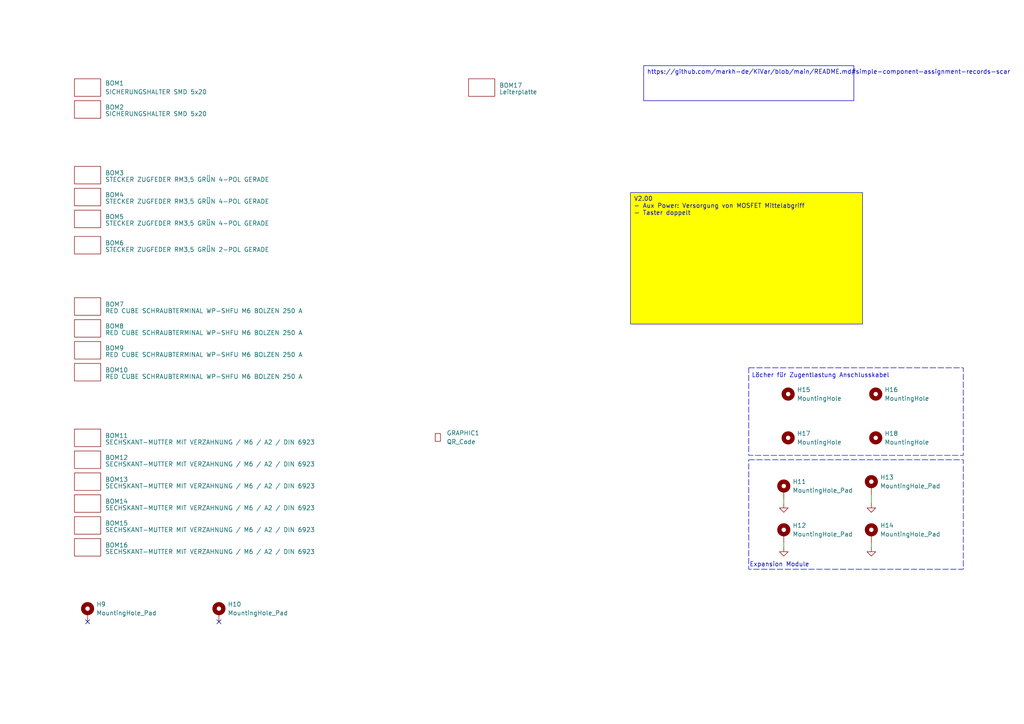
<source format=kicad_sch>
(kicad_sch
	(version 20250114)
	(generator "eeschema")
	(generator_version "9.0")
	(uuid "d2a2d163-13e4-4f1d-aa3d-79667ae6d2fb")
	(paper "A4")
	(lib_symbols
		(symbol "Mechanical:MountingHole"
			(pin_names
				(offset 1.016)
			)
			(exclude_from_sim no)
			(in_bom no)
			(on_board yes)
			(property "Reference" "H"
				(at 0 5.08 0)
				(effects
					(font
						(size 1.27 1.27)
					)
				)
			)
			(property "Value" "MountingHole"
				(at 0 3.175 0)
				(effects
					(font
						(size 1.27 1.27)
					)
				)
			)
			(property "Footprint" ""
				(at 0 0 0)
				(effects
					(font
						(size 1.27 1.27)
					)
					(hide yes)
				)
			)
			(property "Datasheet" "~"
				(at 0 0 0)
				(effects
					(font
						(size 1.27 1.27)
					)
					(hide yes)
				)
			)
			(property "Description" "Mounting Hole without connection"
				(at 0 0 0)
				(effects
					(font
						(size 1.27 1.27)
					)
					(hide yes)
				)
			)
			(property "ki_keywords" "mounting hole"
				(at 0 0 0)
				(effects
					(font
						(size 1.27 1.27)
					)
					(hide yes)
				)
			)
			(property "ki_fp_filters" "MountingHole*"
				(at 0 0 0)
				(effects
					(font
						(size 1.27 1.27)
					)
					(hide yes)
				)
			)
			(symbol "MountingHole_0_1"
				(circle
					(center 0 0)
					(radius 1.27)
					(stroke
						(width 1.27)
						(type default)
					)
					(fill
						(type none)
					)
				)
			)
			(embedded_fonts no)
		)
		(symbol "Mechanical:MountingHole_Pad"
			(pin_numbers
				(hide yes)
			)
			(pin_names
				(offset 1.016)
				(hide yes)
			)
			(exclude_from_sim yes)
			(in_bom no)
			(on_board yes)
			(property "Reference" "H"
				(at 0 6.35 0)
				(effects
					(font
						(size 1.27 1.27)
					)
				)
			)
			(property "Value" "MountingHole_Pad"
				(at 0 4.445 0)
				(effects
					(font
						(size 1.27 1.27)
					)
				)
			)
			(property "Footprint" ""
				(at 0 0 0)
				(effects
					(font
						(size 1.27 1.27)
					)
					(hide yes)
				)
			)
			(property "Datasheet" "~"
				(at 0 0 0)
				(effects
					(font
						(size 1.27 1.27)
					)
					(hide yes)
				)
			)
			(property "Description" "Mounting Hole with connection"
				(at 0 0 0)
				(effects
					(font
						(size 1.27 1.27)
					)
					(hide yes)
				)
			)
			(property "ki_keywords" "mounting hole"
				(at 0 0 0)
				(effects
					(font
						(size 1.27 1.27)
					)
					(hide yes)
				)
			)
			(property "ki_fp_filters" "MountingHole*Pad*"
				(at 0 0 0)
				(effects
					(font
						(size 1.27 1.27)
					)
					(hide yes)
				)
			)
			(symbol "MountingHole_Pad_0_1"
				(circle
					(center 0 1.27)
					(radius 1.27)
					(stroke
						(width 1.27)
						(type default)
					)
					(fill
						(type none)
					)
				)
			)
			(symbol "MountingHole_Pad_1_1"
				(pin input line
					(at 0 -2.54 90)
					(length 2.54)
					(name "1"
						(effects
							(font
								(size 1.27 1.27)
							)
						)
					)
					(number "1"
						(effects
							(font
								(size 1.27 1.27)
							)
						)
					)
				)
			)
			(embedded_fonts no)
		)
		(symbol "myBOM_Part:BOM-Part"
			(pin_numbers
				(hide yes)
			)
			(pin_names
				(offset 0)
				(hide yes)
			)
			(exclude_from_sim no)
			(in_bom yes)
			(on_board no)
			(property "Reference" "BOM"
				(at 0 0 0)
				(effects
					(font
						(size 1.27 1.27)
					)
				)
			)
			(property "Value" ""
				(at 0 0 0)
				(effects
					(font
						(size 1.27 1.27)
					)
				)
			)
			(property "Footprint" "myDummy:BOM-Dummy"
				(at 0 0 0)
				(effects
					(font
						(size 1.27 1.27)
					)
					(hide yes)
				)
			)
			(property "Datasheet" ""
				(at 0 0 0)
				(effects
					(font
						(size 1.27 1.27)
					)
					(hide yes)
				)
			)
			(property "Description" ""
				(at 0 0 0)
				(effects
					(font
						(size 1.27 1.27)
					)
					(hide yes)
				)
			)
			(symbol "BOM-Part_0_1"
				(rectangle
					(start -3.81 2.54)
					(end 3.81 -2.54)
					(stroke
						(width 0)
						(type default)
					)
					(fill
						(type none)
					)
				)
			)
			(embedded_fonts no)
		)
		(symbol "myUserSymbol:qrcode"
			(exclude_from_sim no)
			(in_bom yes)
			(on_board yes)
			(property "Reference" "GRAPHIC"
				(at 5.08 1.016 0)
				(effects
					(font
						(size 1.27 1.27)
					)
				)
			)
			(property "Value" "QR_Code"
				(at 5.08 -0.762 0)
				(effects
					(font
						(size 1.27 1.27)
					)
				)
			)
			(property "Footprint" "myQR:qr_PowerPro"
				(at 0 0 0)
				(effects
					(font
						(size 1.27 1.27)
					)
					(hide yes)
				)
			)
			(property "Datasheet" ""
				(at 0 0 0)
				(effects
					(font
						(size 1.27 1.27)
					)
					(hide yes)
				)
			)
			(property "Description" ""
				(at 0 0 0)
				(effects
					(font
						(size 1.27 1.27)
					)
					(hide yes)
				)
			)
			(symbol "qrcode_0_1"
				(rectangle
					(start -0.762 1.27)
					(end 0.762 -1.016)
					(stroke
						(width 0)
						(type default)
					)
					(fill
						(type none)
					)
				)
			)
			(embedded_fonts no)
		)
		(symbol "power:GND"
			(power)
			(pin_numbers
				(hide yes)
			)
			(pin_names
				(offset 0)
				(hide yes)
			)
			(exclude_from_sim no)
			(in_bom yes)
			(on_board yes)
			(property "Reference" "#PWR"
				(at 0 -6.35 0)
				(effects
					(font
						(size 1.27 1.27)
					)
					(hide yes)
				)
			)
			(property "Value" "GND"
				(at 0 -3.81 0)
				(effects
					(font
						(size 1.27 1.27)
					)
				)
			)
			(property "Footprint" ""
				(at 0 0 0)
				(effects
					(font
						(size 1.27 1.27)
					)
					(hide yes)
				)
			)
			(property "Datasheet" ""
				(at 0 0 0)
				(effects
					(font
						(size 1.27 1.27)
					)
					(hide yes)
				)
			)
			(property "Description" "Power symbol creates a global label with name \"GND\" , ground"
				(at 0 0 0)
				(effects
					(font
						(size 1.27 1.27)
					)
					(hide yes)
				)
			)
			(property "ki_keywords" "global power"
				(at 0 0 0)
				(effects
					(font
						(size 1.27 1.27)
					)
					(hide yes)
				)
			)
			(symbol "GND_0_1"
				(polyline
					(pts
						(xy 0 0) (xy 0 -1.27) (xy 1.27 -1.27) (xy 0 -2.54) (xy -1.27 -1.27) (xy 0 -1.27)
					)
					(stroke
						(width 0)
						(type default)
					)
					(fill
						(type none)
					)
				)
			)
			(symbol "GND_1_1"
				(pin power_in line
					(at 0 0 270)
					(length 0)
					(name "~"
						(effects
							(font
								(size 1.27 1.27)
							)
						)
					)
					(number "1"
						(effects
							(font
								(size 1.27 1.27)
							)
						)
					)
				)
			)
			(embedded_fonts no)
		)
	)
	(rectangle
		(start 217.17 106.68)
		(end 279.4 132.08)
		(stroke
			(width 0)
			(type dash)
		)
		(fill
			(type none)
		)
		(uuid 298f8eb6-6a31-433a-9814-9f8ceb17b837)
	)
	(rectangle
		(start 217.17 133.35)
		(end 279.4 165.1)
		(stroke
			(width 0)
			(type dash)
		)
		(fill
			(type none)
		)
		(uuid 439703d5-96a0-4221-8716-af461b4479f9)
	)
	(text "Expansion Module"
		(exclude_from_sim no)
		(at 226.06 163.83 0)
		(effects
			(font
				(size 1.27 1.27)
			)
		)
		(uuid "04ecad34-d655-4c5c-b20a-c069913c0bd9")
	)
	(text "Löcher für Zugentlastung Anschlusskabel"
		(exclude_from_sim no)
		(at 237.998 108.966 0)
		(effects
			(font
				(size 1.27 1.27)
			)
		)
		(uuid "1d1d1e62-d8e8-4df1-8113-d79cf1facceb")
	)
	(text_box "V2.00\n- Aux Power: Versorgung von MOSFET Mittelabgriff\n- Taster doppelt\n"
		(exclude_from_sim no)
		(at 182.88 55.88 0)
		(size 67.31 38.1)
		(margins 0.9525 0.9525 0.9525 0.9525)
		(stroke
			(width 0)
			(type solid)
		)
		(fill
			(type color)
			(color 255 255 0 1)
		)
		(effects
			(font
				(size 1.27 1.27)
			)
			(justify left top)
		)
		(uuid "24112d1c-5aa9-49ef-988a-13f18db7bec7")
	)
	(text_box "https://github.com/markh-de/KiVar/blob/main/README.md#simple-component-assignment-records-scar"
		(exclude_from_sim no)
		(at 186.69 19.05 0)
		(size 60.96 10.16)
		(margins 0.9525 0.9525 0.9525 0.9525)
		(stroke
			(width 0)
			(type solid)
		)
		(fill
			(type none)
		)
		(effects
			(font
				(size 1.27 1.27)
			)
			(justify left top)
		)
		(uuid "bc9d1e96-57a4-4f41-a021-c3925ca2178d")
	)
	(no_connect
		(at 63.5 180.34)
		(uuid "3f9eb071-1071-447f-a0d2-40b907efaaaa")
	)
	(no_connect
		(at 25.4 180.34)
		(uuid "73be37cc-abdc-463d-83e4-d3578cdb1737")
	)
	(wire
		(pts
			(xy 227.33 157.48) (xy 227.33 158.75)
		)
		(stroke
			(width 0)
			(type default)
		)
		(uuid "53dbe2e7-c4e3-41cd-b60d-fba210533a5d")
	)
	(wire
		(pts
			(xy 227.33 144.78) (xy 227.33 146.05)
		)
		(stroke
			(width 0)
			(type default)
		)
		(uuid "58f6d539-5cec-4c5a-a8e9-197ef322413b")
	)
	(wire
		(pts
			(xy 252.73 157.48) (xy 252.73 158.75)
		)
		(stroke
			(width 0)
			(type default)
		)
		(uuid "9c8f581d-90d3-4541-a79d-311bf99038a9")
	)
	(wire
		(pts
			(xy 252.73 143.51) (xy 252.73 146.05)
		)
		(stroke
			(width 0)
			(type default)
		)
		(uuid "d2e9674b-3214-42fe-91fe-eff4b1c6b520")
	)
	(symbol
		(lib_id "myBOM_Part:BOM-Part")
		(at 25.4 158.75 0)
		(unit 1)
		(exclude_from_sim no)
		(in_bom yes)
		(on_board yes)
		(dnp no)
		(fields_autoplaced yes)
		(uuid "13be8445-2381-4989-b0c8-cb0b27a90645")
		(property "Reference" "BOM16"
			(at 30.48 158.1149 0)
			(effects
				(font
					(size 1.27 1.27)
				)
				(justify left)
			)
		)
		(property "Value" "SECHSKANT-MUTTER MIT VERZAHNUNG / M6 / A2 / DIN 6923"
			(at 30.48 160.02 0)
			(effects
				(font
					(size 1.27 1.27)
				)
				(justify left)
			)
		)
		(property "Footprint" "myBOM:BOM_PART_2x2mm"
			(at 25.4 158.75 0)
			(effects
				(font
					(size 1.27 1.27)
				)
				(hide yes)
			)
		)
		(property "Datasheet" ""
			(at 25.4 158.75 0)
			(effects
				(font
					(size 1.27 1.27)
				)
				(hide yes)
			)
		)
		(property "Description" "SECHSKANT-MUTTER MIT VERZAHNUNG / M6 / A2 / DIN 6923"
			(at 25.4 158.75 0)
			(effects
				(font
					(size 1.27 1.27)
				)
				(hide yes)
			)
		)
		(property "ECS Art#" "M589"
			(at 25.4 158.75 0)
			(effects
				(font
					(size 1.27 1.27)
				)
				(hide yes)
			)
		)
		(property "HAN" ""
			(at 25.4 158.75 0)
			(effects
				(font
					(size 1.27 1.27)
				)
				(hide yes)
			)
		)
		(property "Voltage" ""
			(at 25.4 158.75 0)
			(effects
				(font
					(size 1.27 1.27)
				)
				(hide yes)
			)
		)
		(property "Toleranz" ""
			(at 25.4 158.75 0)
			(effects
				(font
					(size 1.27 1.27)
				)
				(hide yes)
			)
		)
		(property "Hersteller" ""
			(at 25.4 158.75 0)
			(effects
				(font
					(size 1.27 1.27)
				)
				(hide yes)
			)
		)
		(instances
			(project "smartPro"
				(path "/bf1f8167-8e29-49cc-a467-dd9cc2c77246/4875905e-d35e-4049-a6aa-c7869d81fd32"
					(reference "BOM16")
					(unit 1)
				)
			)
		)
	)
	(symbol
		(lib_id "myBOM_Part:BOM-Part")
		(at 25.4 101.6 0)
		(unit 1)
		(exclude_from_sim no)
		(in_bom yes)
		(on_board yes)
		(dnp no)
		(fields_autoplaced yes)
		(uuid "1b6df1ec-0485-4b7d-a5ee-514894bd27bb")
		(property "Reference" "BOM9"
			(at 30.48 100.9649 0)
			(effects
				(font
					(size 1.27 1.27)
				)
				(justify left)
			)
		)
		(property "Value" "RED CUBE SCHRAUBTERMINAL WP-SHFU M6 BOLZEN 250 A"
			(at 30.48 102.87 0)
			(effects
				(font
					(size 1.27 1.27)
				)
				(justify left)
			)
		)
		(property "Footprint" "myBOM:BOM_PART_2x2mm"
			(at 25.4 101.6 0)
			(effects
				(font
					(size 1.27 1.27)
				)
				(hide yes)
			)
		)
		(property "Datasheet" ""
			(at 25.4 101.6 0)
			(effects
				(font
					(size 1.27 1.27)
				)
				(hide yes)
			)
		)
		(property "Description" "RED CUBE SCHRAUBTERMINAL WP-SHFU M6 BOLZEN 250 A"
			(at 25.4 101.6 0)
			(effects
				(font
					(size 1.27 1.27)
				)
				(hide yes)
			)
		)
		(property "ECS Art#" "CON521"
			(at 25.4 101.6 0)
			(effects
				(font
					(size 1.27 1.27)
				)
				(hide yes)
			)
		)
		(property "HAN" "7461098"
			(at 25.4 101.6 0)
			(effects
				(font
					(size 1.27 1.27)
				)
				(hide yes)
			)
		)
		(property "Voltage" ""
			(at 25.4 101.6 0)
			(effects
				(font
					(size 1.27 1.27)
				)
				(hide yes)
			)
		)
		(property "Toleranz" ""
			(at 25.4 101.6 0)
			(effects
				(font
					(size 1.27 1.27)
				)
				(hide yes)
			)
		)
		(property "Hersteller" "Würth"
			(at 25.4 101.6 0)
			(effects
				(font
					(size 1.27 1.27)
				)
				(hide yes)
			)
		)
		(instances
			(project "smartPro"
				(path "/bf1f8167-8e29-49cc-a467-dd9cc2c77246/4875905e-d35e-4049-a6aa-c7869d81fd32"
					(reference "BOM9")
					(unit 1)
				)
			)
		)
	)
	(symbol
		(lib_id "Mechanical:MountingHole")
		(at 228.6 114.3 0)
		(unit 1)
		(exclude_from_sim no)
		(in_bom no)
		(on_board yes)
		(dnp no)
		(fields_autoplaced yes)
		(uuid "1bf8f243-c206-4d29-897f-c426a293a872")
		(property "Reference" "H15"
			(at 231.14 113.0299 0)
			(effects
				(font
					(size 1.27 1.27)
				)
				(justify left)
			)
		)
		(property "Value" "MountingHole"
			(at 231.14 115.5699 0)
			(effects
				(font
					(size 1.27 1.27)
				)
				(justify left)
			)
		)
		(property "Footprint" "MountingHole:MountingHole_6mm"
			(at 228.6 114.3 0)
			(effects
				(font
					(size 1.27 1.27)
				)
				(hide yes)
			)
		)
		(property "Datasheet" "~"
			(at 228.6 114.3 0)
			(effects
				(font
					(size 1.27 1.27)
				)
				(hide yes)
			)
		)
		(property "Description" "Mounting Hole without connection"
			(at 228.6 114.3 0)
			(effects
				(font
					(size 1.27 1.27)
				)
				(hide yes)
			)
		)
		(instances
			(project ""
				(path "/bf1f8167-8e29-49cc-a467-dd9cc2c77246/4875905e-d35e-4049-a6aa-c7869d81fd32"
					(reference "H15")
					(unit 1)
				)
			)
		)
	)
	(symbol
		(lib_id "Mechanical:MountingHole_Pad")
		(at 252.73 154.94 0)
		(unit 1)
		(exclude_from_sim yes)
		(in_bom no)
		(on_board yes)
		(dnp no)
		(fields_autoplaced yes)
		(uuid "2502056f-8c4a-4ddd-993b-3ef96ce9a768")
		(property "Reference" "H14"
			(at 255.27 152.3999 0)
			(effects
				(font
					(size 1.27 1.27)
				)
				(justify left)
			)
		)
		(property "Value" "MountingHole_Pad"
			(at 255.27 154.9399 0)
			(effects
				(font
					(size 1.27 1.27)
				)
				(justify left)
			)
		)
		(property "Footprint" "MountingHole:MountingHole_3.2mm_M3_DIN965_Pad"
			(at 252.73 154.94 0)
			(effects
				(font
					(size 1.27 1.27)
				)
				(hide yes)
			)
		)
		(property "Datasheet" "~"
			(at 252.73 154.94 0)
			(effects
				(font
					(size 1.27 1.27)
				)
				(hide yes)
			)
		)
		(property "Description" "Mounting Hole with connection"
			(at 252.73 154.94 0)
			(effects
				(font
					(size 1.27 1.27)
				)
				(hide yes)
			)
		)
		(pin "1"
			(uuid "9d30b5b2-c1c1-4513-9a90-ed04021f002d")
		)
		(instances
			(project "smartPro"
				(path "/bf1f8167-8e29-49cc-a467-dd9cc2c77246/4875905e-d35e-4049-a6aa-c7869d81fd32"
					(reference "H14")
					(unit 1)
				)
			)
		)
	)
	(symbol
		(lib_id "myBOM_Part:BOM-Part")
		(at 25.4 146.05 0)
		(unit 1)
		(exclude_from_sim no)
		(in_bom yes)
		(on_board yes)
		(dnp no)
		(fields_autoplaced yes)
		(uuid "2a14a79f-b15b-4981-b6b1-db220f193080")
		(property "Reference" "BOM14"
			(at 30.48 145.4149 0)
			(effects
				(font
					(size 1.27 1.27)
				)
				(justify left)
			)
		)
		(property "Value" "SECHSKANT-MUTTER MIT VERZAHNUNG / M6 / A2 / DIN 6923"
			(at 30.48 147.32 0)
			(effects
				(font
					(size 1.27 1.27)
				)
				(justify left)
			)
		)
		(property "Footprint" "myBOM:BOM_PART_2x2mm"
			(at 25.4 146.05 0)
			(effects
				(font
					(size 1.27 1.27)
				)
				(hide yes)
			)
		)
		(property "Datasheet" ""
			(at 25.4 146.05 0)
			(effects
				(font
					(size 1.27 1.27)
				)
				(hide yes)
			)
		)
		(property "Description" "SECHSKANT-MUTTER MIT VERZAHNUNG / M6 / A2 / DIN 6923"
			(at 25.4 146.05 0)
			(effects
				(font
					(size 1.27 1.27)
				)
				(hide yes)
			)
		)
		(property "ECS Art#" "M589"
			(at 25.4 146.05 0)
			(effects
				(font
					(size 1.27 1.27)
				)
				(hide yes)
			)
		)
		(property "HAN" ""
			(at 25.4 146.05 0)
			(effects
				(font
					(size 1.27 1.27)
				)
				(hide yes)
			)
		)
		(property "Voltage" ""
			(at 25.4 146.05 0)
			(effects
				(font
					(size 1.27 1.27)
				)
				(hide yes)
			)
		)
		(property "Toleranz" ""
			(at 25.4 146.05 0)
			(effects
				(font
					(size 1.27 1.27)
				)
				(hide yes)
			)
		)
		(property "Hersteller" ""
			(at 25.4 146.05 0)
			(effects
				(font
					(size 1.27 1.27)
				)
				(hide yes)
			)
		)
		(instances
			(project "smartPro"
				(path "/bf1f8167-8e29-49cc-a467-dd9cc2c77246/4875905e-d35e-4049-a6aa-c7869d81fd32"
					(reference "BOM14")
					(unit 1)
				)
			)
		)
	)
	(symbol
		(lib_id "power:GND")
		(at 252.73 158.75 0)
		(unit 1)
		(exclude_from_sim no)
		(in_bom yes)
		(on_board yes)
		(dnp no)
		(fields_autoplaced yes)
		(uuid "2e145680-fd29-46b3-8308-ad8e89387c5f")
		(property "Reference" "#PWR0272"
			(at 252.73 165.1 0)
			(effects
				(font
					(size 1.27 1.27)
				)
				(hide yes)
			)
		)
		(property "Value" "GND"
			(at 252.73 163.83 0)
			(effects
				(font
					(size 1.27 1.27)
				)
				(hide yes)
			)
		)
		(property "Footprint" ""
			(at 252.73 158.75 0)
			(effects
				(font
					(size 1.27 1.27)
				)
				(hide yes)
			)
		)
		(property "Datasheet" ""
			(at 252.73 158.75 0)
			(effects
				(font
					(size 1.27 1.27)
				)
				(hide yes)
			)
		)
		(property "Description" "Power symbol creates a global label with name \"GND\" , ground"
			(at 252.73 158.75 0)
			(effects
				(font
					(size 1.27 1.27)
				)
				(hide yes)
			)
		)
		(pin "1"
			(uuid "27b8f9e2-3c78-4292-90ff-83d487177b34")
		)
		(instances
			(project "smartPro"
				(path "/bf1f8167-8e29-49cc-a467-dd9cc2c77246/4875905e-d35e-4049-a6aa-c7869d81fd32"
					(reference "#PWR0272")
					(unit 1)
				)
			)
		)
	)
	(symbol
		(lib_id "myBOM_Part:BOM-Part")
		(at 25.4 139.7 0)
		(unit 1)
		(exclude_from_sim no)
		(in_bom yes)
		(on_board yes)
		(dnp no)
		(fields_autoplaced yes)
		(uuid "2ff67a74-e4b4-4e20-ba8c-99282f2a2b30")
		(property "Reference" "BOM13"
			(at 30.48 139.0649 0)
			(effects
				(font
					(size 1.27 1.27)
				)
				(justify left)
			)
		)
		(property "Value" "SECHSKANT-MUTTER MIT VERZAHNUNG / M6 / A2 / DIN 6923"
			(at 30.48 140.97 0)
			(effects
				(font
					(size 1.27 1.27)
				)
				(justify left)
			)
		)
		(property "Footprint" "myBOM:BOM_PART_2x2mm"
			(at 25.4 139.7 0)
			(effects
				(font
					(size 1.27 1.27)
				)
				(hide yes)
			)
		)
		(property "Datasheet" ""
			(at 25.4 139.7 0)
			(effects
				(font
					(size 1.27 1.27)
				)
				(hide yes)
			)
		)
		(property "Description" "SECHSKANT-MUTTER MIT VERZAHNUNG / M6 / A2 / DIN 6923"
			(at 25.4 139.7 0)
			(effects
				(font
					(size 1.27 1.27)
				)
				(hide yes)
			)
		)
		(property "ECS Art#" "M589"
			(at 25.4 139.7 0)
			(effects
				(font
					(size 1.27 1.27)
				)
				(hide yes)
			)
		)
		(property "HAN" ""
			(at 25.4 139.7 0)
			(effects
				(font
					(size 1.27 1.27)
				)
				(hide yes)
			)
		)
		(property "Voltage" ""
			(at 25.4 139.7 0)
			(effects
				(font
					(size 1.27 1.27)
				)
				(hide yes)
			)
		)
		(property "Toleranz" ""
			(at 25.4 139.7 0)
			(effects
				(font
					(size 1.27 1.27)
				)
				(hide yes)
			)
		)
		(property "Hersteller" ""
			(at 25.4 139.7 0)
			(effects
				(font
					(size 1.27 1.27)
				)
				(hide yes)
			)
		)
		(instances
			(project "smartPro"
				(path "/bf1f8167-8e29-49cc-a467-dd9cc2c77246/4875905e-d35e-4049-a6aa-c7869d81fd32"
					(reference "BOM13")
					(unit 1)
				)
			)
		)
	)
	(symbol
		(lib_id "Mechanical:MountingHole")
		(at 254 114.3 0)
		(unit 1)
		(exclude_from_sim no)
		(in_bom no)
		(on_board yes)
		(dnp no)
		(fields_autoplaced yes)
		(uuid "335ea7d4-c58b-4518-8900-411861abb5f2")
		(property "Reference" "H16"
			(at 256.54 113.0299 0)
			(effects
				(font
					(size 1.27 1.27)
				)
				(justify left)
			)
		)
		(property "Value" "MountingHole"
			(at 256.54 115.5699 0)
			(effects
				(font
					(size 1.27 1.27)
				)
				(justify left)
			)
		)
		(property "Footprint" "MountingHole:MountingHole_6mm"
			(at 254 114.3 0)
			(effects
				(font
					(size 1.27 1.27)
				)
				(hide yes)
			)
		)
		(property "Datasheet" "~"
			(at 254 114.3 0)
			(effects
				(font
					(size 1.27 1.27)
				)
				(hide yes)
			)
		)
		(property "Description" "Mounting Hole without connection"
			(at 254 114.3 0)
			(effects
				(font
					(size 1.27 1.27)
				)
				(hide yes)
			)
		)
		(instances
			(project "smartPro"
				(path "/bf1f8167-8e29-49cc-a467-dd9cc2c77246/4875905e-d35e-4049-a6aa-c7869d81fd32"
					(reference "H16")
					(unit 1)
				)
			)
		)
	)
	(symbol
		(lib_id "myBOM_Part:BOM-Part")
		(at 25.4 107.95 0)
		(unit 1)
		(exclude_from_sim no)
		(in_bom yes)
		(on_board yes)
		(dnp no)
		(fields_autoplaced yes)
		(uuid "33ba4f5c-fa84-45f2-bf01-aade6a0ebfe8")
		(property "Reference" "BOM10"
			(at 30.48 107.3149 0)
			(effects
				(font
					(size 1.27 1.27)
				)
				(justify left)
			)
		)
		(property "Value" "RED CUBE SCHRAUBTERMINAL WP-SHFU M6 BOLZEN 250 A"
			(at 30.48 109.22 0)
			(effects
				(font
					(size 1.27 1.27)
				)
				(justify left)
			)
		)
		(property "Footprint" "myBOM:BOM_PART_2x2mm"
			(at 25.4 107.95 0)
			(effects
				(font
					(size 1.27 1.27)
				)
				(hide yes)
			)
		)
		(property "Datasheet" ""
			(at 25.4 107.95 0)
			(effects
				(font
					(size 1.27 1.27)
				)
				(hide yes)
			)
		)
		(property "Description" "RED CUBE SCHRAUBTERMINAL WP-SHFU M6 BOLZEN 250 A"
			(at 25.4 107.95 0)
			(effects
				(font
					(size 1.27 1.27)
				)
				(hide yes)
			)
		)
		(property "ECS Art#" "CON521"
			(at 25.4 107.95 0)
			(effects
				(font
					(size 1.27 1.27)
				)
				(hide yes)
			)
		)
		(property "HAN" "7461098"
			(at 25.4 107.95 0)
			(effects
				(font
					(size 1.27 1.27)
				)
				(hide yes)
			)
		)
		(property "Voltage" ""
			(at 25.4 107.95 0)
			(effects
				(font
					(size 1.27 1.27)
				)
				(hide yes)
			)
		)
		(property "Toleranz" ""
			(at 25.4 107.95 0)
			(effects
				(font
					(size 1.27 1.27)
				)
				(hide yes)
			)
		)
		(property "Hersteller" "Würth"
			(at 25.4 107.95 0)
			(effects
				(font
					(size 1.27 1.27)
				)
				(hide yes)
			)
		)
		(instances
			(project "smartPro"
				(path "/bf1f8167-8e29-49cc-a467-dd9cc2c77246/4875905e-d35e-4049-a6aa-c7869d81fd32"
					(reference "BOM10")
					(unit 1)
				)
			)
		)
	)
	(symbol
		(lib_id "myBOM_Part:BOM-Part")
		(at 25.4 95.25 0)
		(unit 1)
		(exclude_from_sim no)
		(in_bom yes)
		(on_board yes)
		(dnp no)
		(fields_autoplaced yes)
		(uuid "3af4fbd4-d40e-452c-9e32-001077c1c6aa")
		(property "Reference" "BOM8"
			(at 30.48 94.6149 0)
			(effects
				(font
					(size 1.27 1.27)
				)
				(justify left)
			)
		)
		(property "Value" "RED CUBE SCHRAUBTERMINAL WP-SHFU M6 BOLZEN 250 A"
			(at 30.48 96.52 0)
			(effects
				(font
					(size 1.27 1.27)
				)
				(justify left)
			)
		)
		(property "Footprint" "myBOM:BOM_PART_2x2mm"
			(at 25.4 95.25 0)
			(effects
				(font
					(size 1.27 1.27)
				)
				(hide yes)
			)
		)
		(property "Datasheet" ""
			(at 25.4 95.25 0)
			(effects
				(font
					(size 1.27 1.27)
				)
				(hide yes)
			)
		)
		(property "Description" "RED CUBE SCHRAUBTERMINAL WP-SHFU M6 BOLZEN 250 A"
			(at 25.4 95.25 0)
			(effects
				(font
					(size 1.27 1.27)
				)
				(hide yes)
			)
		)
		(property "ECS Art#" "CON521"
			(at 25.4 95.25 0)
			(effects
				(font
					(size 1.27 1.27)
				)
				(hide yes)
			)
		)
		(property "HAN" "7461098"
			(at 25.4 95.25 0)
			(effects
				(font
					(size 1.27 1.27)
				)
				(hide yes)
			)
		)
		(property "Voltage" ""
			(at 25.4 95.25 0)
			(effects
				(font
					(size 1.27 1.27)
				)
				(hide yes)
			)
		)
		(property "Toleranz" ""
			(at 25.4 95.25 0)
			(effects
				(font
					(size 1.27 1.27)
				)
				(hide yes)
			)
		)
		(property "Hersteller" "Würth"
			(at 25.4 95.25 0)
			(effects
				(font
					(size 1.27 1.27)
				)
				(hide yes)
			)
		)
		(instances
			(project "smartPro"
				(path "/bf1f8167-8e29-49cc-a467-dd9cc2c77246/4875905e-d35e-4049-a6aa-c7869d81fd32"
					(reference "BOM8")
					(unit 1)
				)
			)
		)
	)
	(symbol
		(lib_id "myBOM_Part:BOM-Part")
		(at 25.4 50.8 0)
		(unit 1)
		(exclude_from_sim no)
		(in_bom yes)
		(on_board yes)
		(dnp no)
		(fields_autoplaced yes)
		(uuid "3b1edae6-9a49-468b-9575-917881cfa914")
		(property "Reference" "BOM3"
			(at 30.48 50.1649 0)
			(effects
				(font
					(size 1.27 1.27)
				)
				(justify left)
			)
		)
		(property "Value" "STECKER ZUGFEDER RM3,5 GRÜN 4-POL GERADE"
			(at 30.48 52.07 0)
			(effects
				(font
					(size 1.27 1.27)
				)
				(justify left)
			)
		)
		(property "Footprint" "myBOM:BOM_PART_2x2mm"
			(at 25.4 50.8 0)
			(effects
				(font
					(size 1.27 1.27)
				)
				(hide yes)
			)
		)
		(property "Datasheet" "https://www.lcsc.com/datasheet/lcsc_datasheet_2111222030_Cixi-Kefa-Elec-KF2EDGKN-3-5-4P_C2923001.pdf"
			(at 25.4 50.8 0)
			(effects
				(font
					(size 1.27 1.27)
				)
				(hide yes)
			)
		)
		(property "Description" "STECKER ZUGFEDER RM3,5 GRÜN 4-POL GERADE"
			(at 25.4 50.8 0)
			(effects
				(font
					(size 1.27 1.27)
				)
				(hide yes)
			)
		)
		(property "ECS Art#" "CON592"
			(at 25.4 50.8 0)
			(effects
				(font
					(size 1.27 1.27)
				)
				(hide yes)
			)
		)
		(property "HAN" "KF2EDGKN-3.5-4P"
			(at 25.4 50.8 0)
			(effects
				(font
					(size 1.27 1.27)
				)
				(hide yes)
			)
		)
		(property "Voltage" ""
			(at 25.4 50.8 0)
			(effects
				(font
					(size 1.27 1.27)
				)
				(hide yes)
			)
		)
		(property "Toleranz" ""
			(at 25.4 50.8 0)
			(effects
				(font
					(size 1.27 1.27)
				)
				(hide yes)
			)
		)
		(property "Hersteller" "Cici"
			(at 25.4 50.8 0)
			(effects
				(font
					(size 1.27 1.27)
				)
				(hide yes)
			)
		)
		(instances
			(project "greenSmartSwitch"
				(path "/bf1f8167-8e29-49cc-a467-dd9cc2c77246/4875905e-d35e-4049-a6aa-c7869d81fd32"
					(reference "BOM3")
					(unit 1)
				)
			)
		)
	)
	(symbol
		(lib_id "myUserSymbol:qrcode")
		(at 127 127 0)
		(unit 1)
		(exclude_from_sim no)
		(in_bom yes)
		(on_board yes)
		(dnp no)
		(fields_autoplaced yes)
		(uuid "3bd154cd-1a86-44b1-84d1-fd9215abcf7a")
		(property "Reference" "GRAPHIC1"
			(at 129.54 125.6029 0)
			(effects
				(font
					(size 1.27 1.27)
				)
				(justify left)
			)
		)
		(property "Value" "QR_Code"
			(at 129.54 128.1429 0)
			(effects
				(font
					(size 1.27 1.27)
				)
				(justify left)
			)
		)
		(property "Footprint" "myQR:qr_SmartPro209"
			(at 127 127 0)
			(effects
				(font
					(size 1.27 1.27)
				)
				(hide yes)
			)
		)
		(property "Datasheet" ""
			(at 127 127 0)
			(effects
				(font
					(size 1.27 1.27)
				)
				(hide yes)
			)
		)
		(property "Description" ""
			(at 127 127 0)
			(effects
				(font
					(size 1.27 1.27)
				)
				(hide yes)
			)
		)
		(property "ECS Art#" ""
			(at 127 127 0)
			(effects
				(font
					(size 1.27 1.27)
				)
				(hide yes)
			)
		)
		(property "HAN" ""
			(at 127 127 0)
			(effects
				(font
					(size 1.27 1.27)
				)
				(hide yes)
			)
		)
		(property "Voltage" ""
			(at 127 127 0)
			(effects
				(font
					(size 1.27 1.27)
				)
				(hide yes)
			)
		)
		(property "Toleranz" ""
			(at 127 127 0)
			(effects
				(font
					(size 1.27 1.27)
				)
				(hide yes)
			)
		)
		(property "Hersteller" ""
			(at 127 127 0)
			(effects
				(font
					(size 1.27 1.27)
				)
				(hide yes)
			)
		)
		(instances
			(project ""
				(path "/bf1f8167-8e29-49cc-a467-dd9cc2c77246/4875905e-d35e-4049-a6aa-c7869d81fd32"
					(reference "GRAPHIC1")
					(unit 1)
				)
			)
		)
	)
	(symbol
		(lib_id "myBOM_Part:BOM-Part")
		(at 139.7 25.4 0)
		(unit 1)
		(exclude_from_sim no)
		(in_bom yes)
		(on_board yes)
		(dnp no)
		(fields_autoplaced yes)
		(uuid "4b9b21af-a34a-4336-aa7c-8aa0c8a915e5")
		(property "Reference" "BOM17"
			(at 144.78 24.7649 0)
			(effects
				(font
					(size 1.27 1.27)
				)
				(justify left)
			)
		)
		(property "Value" "Leiterplatte"
			(at 144.78 26.67 0)
			(effects
				(font
					(size 1.27 1.27)
				)
				(justify left)
			)
		)
		(property "Footprint" "myBOM:BOM_PART_2x2mm"
			(at 139.7 25.4 0)
			(effects
				(font
					(size 1.27 1.27)
				)
				(hide yes)
			)
		)
		(property "Datasheet" ""
			(at 139.7 25.4 0)
			(effects
				(font
					(size 1.27 1.27)
				)
				(hide yes)
			)
		)
		(property "Description" "ECS_SMART_PRO_209_LP"
			(at 139.7 25.4 0)
			(effects
				(font
					(size 1.27 1.27)
				)
				(hide yes)
			)
		)
		(property "ECS Art#" "PT097"
			(at 139.7 25.4 0)
			(effects
				(font
					(size 1.27 1.27)
				)
				(hide yes)
			)
		)
		(property "HAN" ""
			(at 139.7 25.4 0)
			(effects
				(font
					(size 1.27 1.27)
				)
				(hide yes)
			)
		)
		(property "Voltage" ""
			(at 139.7 25.4 0)
			(effects
				(font
					(size 1.27 1.27)
				)
				(hide yes)
			)
		)
		(property "Toleranz" ""
			(at 139.7 25.4 0)
			(effects
				(font
					(size 1.27 1.27)
				)
				(hide yes)
			)
		)
		(property "Hersteller" ""
			(at 139.7 25.4 0)
			(effects
				(font
					(size 1.27 1.27)
				)
				(hide yes)
			)
		)
		(instances
			(project "greenSmartSwitch"
				(path "/bf1f8167-8e29-49cc-a467-dd9cc2c77246/4875905e-d35e-4049-a6aa-c7869d81fd32"
					(reference "BOM17")
					(unit 1)
				)
			)
		)
	)
	(symbol
		(lib_id "Mechanical:MountingHole_Pad")
		(at 252.73 140.97 0)
		(unit 1)
		(exclude_from_sim yes)
		(in_bom no)
		(on_board yes)
		(dnp no)
		(fields_autoplaced yes)
		(uuid "4d12b034-eced-4073-8b7c-a391c81b7a7f")
		(property "Reference" "H13"
			(at 255.27 138.4299 0)
			(effects
				(font
					(size 1.27 1.27)
				)
				(justify left)
			)
		)
		(property "Value" "MountingHole_Pad"
			(at 255.27 140.9699 0)
			(effects
				(font
					(size 1.27 1.27)
				)
				(justify left)
			)
		)
		(property "Footprint" "MountingHole:MountingHole_3.2mm_M3_DIN965_Pad"
			(at 252.73 140.97 0)
			(effects
				(font
					(size 1.27 1.27)
				)
				(hide yes)
			)
		)
		(property "Datasheet" "~"
			(at 252.73 140.97 0)
			(effects
				(font
					(size 1.27 1.27)
				)
				(hide yes)
			)
		)
		(property "Description" "Mounting Hole with connection"
			(at 252.73 140.97 0)
			(effects
				(font
					(size 1.27 1.27)
				)
				(hide yes)
			)
		)
		(pin "1"
			(uuid "ebfb7f25-d75d-4e88-875f-c7c54790bce9")
		)
		(instances
			(project "smartPro"
				(path "/bf1f8167-8e29-49cc-a467-dd9cc2c77246/4875905e-d35e-4049-a6aa-c7869d81fd32"
					(reference "H13")
					(unit 1)
				)
			)
		)
	)
	(symbol
		(lib_id "myBOM_Part:BOM-Part")
		(at 25.4 88.9 0)
		(unit 1)
		(exclude_from_sim no)
		(in_bom yes)
		(on_board yes)
		(dnp no)
		(fields_autoplaced yes)
		(uuid "5f0ba118-cb7e-46a6-9e22-451927bb40a6")
		(property "Reference" "BOM7"
			(at 30.48 88.2649 0)
			(effects
				(font
					(size 1.27 1.27)
				)
				(justify left)
			)
		)
		(property "Value" "RED CUBE SCHRAUBTERMINAL WP-SHFU M6 BOLZEN 250 A"
			(at 30.48 90.17 0)
			(effects
				(font
					(size 1.27 1.27)
				)
				(justify left)
			)
		)
		(property "Footprint" "myBOM:BOM_PART_2x2mm"
			(at 25.4 88.9 0)
			(effects
				(font
					(size 1.27 1.27)
				)
				(hide yes)
			)
		)
		(property "Datasheet" ""
			(at 25.4 88.9 0)
			(effects
				(font
					(size 1.27 1.27)
				)
				(hide yes)
			)
		)
		(property "Description" "RED CUBE SCHRAUBTERMINAL WP-SHFU M6 BOLZEN 250 A"
			(at 25.4 88.9 0)
			(effects
				(font
					(size 1.27 1.27)
				)
				(hide yes)
			)
		)
		(property "ECS Art#" "CON521"
			(at 25.4 88.9 0)
			(effects
				(font
					(size 1.27 1.27)
				)
				(hide yes)
			)
		)
		(property "HAN" "7461098"
			(at 25.4 88.9 0)
			(effects
				(font
					(size 1.27 1.27)
				)
				(hide yes)
			)
		)
		(property "Voltage" ""
			(at 25.4 88.9 0)
			(effects
				(font
					(size 1.27 1.27)
				)
				(hide yes)
			)
		)
		(property "Toleranz" ""
			(at 25.4 88.9 0)
			(effects
				(font
					(size 1.27 1.27)
				)
				(hide yes)
			)
		)
		(property "Hersteller" "Würth"
			(at 25.4 88.9 0)
			(effects
				(font
					(size 1.27 1.27)
				)
				(hide yes)
			)
		)
		(instances
			(project "smartPro"
				(path "/bf1f8167-8e29-49cc-a467-dd9cc2c77246/4875905e-d35e-4049-a6aa-c7869d81fd32"
					(reference "BOM7")
					(unit 1)
				)
			)
		)
	)
	(symbol
		(lib_id "Mechanical:MountingHole_Pad")
		(at 25.4 177.8 0)
		(unit 1)
		(exclude_from_sim yes)
		(in_bom no)
		(on_board yes)
		(dnp no)
		(fields_autoplaced yes)
		(uuid "64eab666-6449-4ddc-b6ea-8ddf6dce9762")
		(property "Reference" "H9"
			(at 27.94 175.2599 0)
			(effects
				(font
					(size 1.27 1.27)
				)
				(justify left)
			)
		)
		(property "Value" "MountingHole_Pad"
			(at 27.94 177.7999 0)
			(effects
				(font
					(size 1.27 1.27)
				)
				(justify left)
			)
		)
		(property "Footprint" "MountingHole:MountingHole_4.3mm_M4_DIN965_Pad"
			(at 25.4 177.8 0)
			(effects
				(font
					(size 1.27 1.27)
				)
				(hide yes)
			)
		)
		(property "Datasheet" "~"
			(at 25.4 177.8 0)
			(effects
				(font
					(size 1.27 1.27)
				)
				(hide yes)
			)
		)
		(property "Description" "Mounting Hole with connection"
			(at 25.4 177.8 0)
			(effects
				(font
					(size 1.27 1.27)
				)
				(hide yes)
			)
		)
		(pin "1"
			(uuid "ac44c1fc-a127-40ef-8928-2623fe9de048")
		)
		(instances
			(project ""
				(path "/bf1f8167-8e29-49cc-a467-dd9cc2c77246/4875905e-d35e-4049-a6aa-c7869d81fd32"
					(reference "H9")
					(unit 1)
				)
			)
		)
	)
	(symbol
		(lib_id "Mechanical:MountingHole")
		(at 228.6 127 0)
		(unit 1)
		(exclude_from_sim no)
		(in_bom no)
		(on_board yes)
		(dnp no)
		(fields_autoplaced yes)
		(uuid "654361f7-2995-4b6b-b972-462ed89f02f9")
		(property "Reference" "H17"
			(at 231.14 125.7299 0)
			(effects
				(font
					(size 1.27 1.27)
				)
				(justify left)
			)
		)
		(property "Value" "MountingHole"
			(at 231.14 128.2699 0)
			(effects
				(font
					(size 1.27 1.27)
				)
				(justify left)
			)
		)
		(property "Footprint" "MountingHole:MountingHole_6mm"
			(at 228.6 127 0)
			(effects
				(font
					(size 1.27 1.27)
				)
				(hide yes)
			)
		)
		(property "Datasheet" "~"
			(at 228.6 127 0)
			(effects
				(font
					(size 1.27 1.27)
				)
				(hide yes)
			)
		)
		(property "Description" "Mounting Hole without connection"
			(at 228.6 127 0)
			(effects
				(font
					(size 1.27 1.27)
				)
				(hide yes)
			)
		)
		(instances
			(project "smartPro"
				(path "/bf1f8167-8e29-49cc-a467-dd9cc2c77246/4875905e-d35e-4049-a6aa-c7869d81fd32"
					(reference "H17")
					(unit 1)
				)
			)
		)
	)
	(symbol
		(lib_id "myBOM_Part:BOM-Part")
		(at 25.4 133.35 0)
		(unit 1)
		(exclude_from_sim no)
		(in_bom yes)
		(on_board yes)
		(dnp no)
		(fields_autoplaced yes)
		(uuid "746dd0fa-2fd4-48ee-8689-2235f0729ffb")
		(property "Reference" "BOM12"
			(at 30.48 132.7149 0)
			(effects
				(font
					(size 1.27 1.27)
				)
				(justify left)
			)
		)
		(property "Value" "SECHSKANT-MUTTER MIT VERZAHNUNG / M6 / A2 / DIN 6923"
			(at 30.48 134.62 0)
			(effects
				(font
					(size 1.27 1.27)
				)
				(justify left)
			)
		)
		(property "Footprint" "myBOM:BOM_PART_2x2mm"
			(at 25.4 133.35 0)
			(effects
				(font
					(size 1.27 1.27)
				)
				(hide yes)
			)
		)
		(property "Datasheet" ""
			(at 25.4 133.35 0)
			(effects
				(font
					(size 1.27 1.27)
				)
				(hide yes)
			)
		)
		(property "Description" "SECHSKANT-MUTTER MIT VERZAHNUNG / M6 / A2 / DIN 6923"
			(at 25.4 133.35 0)
			(effects
				(font
					(size 1.27 1.27)
				)
				(hide yes)
			)
		)
		(property "ECS Art#" "M589"
			(at 25.4 133.35 0)
			(effects
				(font
					(size 1.27 1.27)
				)
				(hide yes)
			)
		)
		(property "HAN" ""
			(at 25.4 133.35 0)
			(effects
				(font
					(size 1.27 1.27)
				)
				(hide yes)
			)
		)
		(property "Voltage" ""
			(at 25.4 133.35 0)
			(effects
				(font
					(size 1.27 1.27)
				)
				(hide yes)
			)
		)
		(property "Toleranz" ""
			(at 25.4 133.35 0)
			(effects
				(font
					(size 1.27 1.27)
				)
				(hide yes)
			)
		)
		(property "Hersteller" ""
			(at 25.4 133.35 0)
			(effects
				(font
					(size 1.27 1.27)
				)
				(hide yes)
			)
		)
		(instances
			(project "smartPro"
				(path "/bf1f8167-8e29-49cc-a467-dd9cc2c77246/4875905e-d35e-4049-a6aa-c7869d81fd32"
					(reference "BOM12")
					(unit 1)
				)
			)
		)
	)
	(symbol
		(lib_id "power:GND")
		(at 227.33 146.05 0)
		(unit 1)
		(exclude_from_sim no)
		(in_bom yes)
		(on_board yes)
		(dnp no)
		(fields_autoplaced yes)
		(uuid "879d87d9-9c2f-43fb-9583-a2d8cb0d06bc")
		(property "Reference" "#PWR0269"
			(at 227.33 152.4 0)
			(effects
				(font
					(size 1.27 1.27)
				)
				(hide yes)
			)
		)
		(property "Value" "GND"
			(at 227.33 151.13 0)
			(effects
				(font
					(size 1.27 1.27)
				)
				(hide yes)
			)
		)
		(property "Footprint" ""
			(at 227.33 146.05 0)
			(effects
				(font
					(size 1.27 1.27)
				)
				(hide yes)
			)
		)
		(property "Datasheet" ""
			(at 227.33 146.05 0)
			(effects
				(font
					(size 1.27 1.27)
				)
				(hide yes)
			)
		)
		(property "Description" "Power symbol creates a global label with name \"GND\" , ground"
			(at 227.33 146.05 0)
			(effects
				(font
					(size 1.27 1.27)
				)
				(hide yes)
			)
		)
		(pin "1"
			(uuid "e440429f-f859-4c0d-bcca-84f0a4fe6e4c")
		)
		(instances
			(project "smartPro"
				(path "/bf1f8167-8e29-49cc-a467-dd9cc2c77246/4875905e-d35e-4049-a6aa-c7869d81fd32"
					(reference "#PWR0269")
					(unit 1)
				)
			)
		)
	)
	(symbol
		(lib_id "Mechanical:MountingHole_Pad")
		(at 227.33 142.24 0)
		(unit 1)
		(exclude_from_sim yes)
		(in_bom no)
		(on_board yes)
		(dnp no)
		(fields_autoplaced yes)
		(uuid "8eeff620-90ec-4713-9390-7bf1e8b66fd8")
		(property "Reference" "H11"
			(at 229.87 139.6999 0)
			(effects
				(font
					(size 1.27 1.27)
				)
				(justify left)
			)
		)
		(property "Value" "MountingHole_Pad"
			(at 229.87 142.2399 0)
			(effects
				(font
					(size 1.27 1.27)
				)
				(justify left)
			)
		)
		(property "Footprint" "MountingHole:MountingHole_3.2mm_M3_DIN965_Pad"
			(at 227.33 142.24 0)
			(effects
				(font
					(size 1.27 1.27)
				)
				(hide yes)
			)
		)
		(property "Datasheet" "~"
			(at 227.33 142.24 0)
			(effects
				(font
					(size 1.27 1.27)
				)
				(hide yes)
			)
		)
		(property "Description" "Mounting Hole with connection"
			(at 227.33 142.24 0)
			(effects
				(font
					(size 1.27 1.27)
				)
				(hide yes)
			)
		)
		(pin "1"
			(uuid "92620c5a-8c3b-484e-acbd-eaea1fabf7b2")
		)
		(instances
			(project ""
				(path "/bf1f8167-8e29-49cc-a467-dd9cc2c77246/4875905e-d35e-4049-a6aa-c7869d81fd32"
					(reference "H11")
					(unit 1)
				)
			)
		)
	)
	(symbol
		(lib_id "myBOM_Part:BOM-Part")
		(at 25.4 31.75 0)
		(unit 1)
		(exclude_from_sim no)
		(in_bom yes)
		(on_board yes)
		(dnp no)
		(fields_autoplaced yes)
		(uuid "9a77df8c-b0c0-4ce7-a108-fd8d16d413f3")
		(property "Reference" "BOM2"
			(at 30.48 31.1149 0)
			(effects
				(font
					(size 1.27 1.27)
				)
				(justify left)
			)
		)
		(property "Value" "SICHERUNGSHALTER SMD 5x20"
			(at 30.48 33.02 0)
			(effects
				(font
					(size 1.27 1.27)
				)
				(justify left)
			)
		)
		(property "Footprint" "myBOM:BOM_PART_2x2mm"
			(at 25.4 31.75 0)
			(effects
				(font
					(size 1.27 1.27)
				)
				(hide yes)
			)
		)
		(property "Datasheet" "https://shopapi.schukat.com/medias/typ-OGN.pdf?context=bWFzdGVyfHBpbWFzc2V0c3w1MDMzMzZ8YXBwbGljYXRpb24vcGRmfGFEYzBMMmhrTWk4eE1EUTNOVFEzTXpRek5qY3dNaTkwZVhCZlQwZE9MbkJrWmd8Mjg4NGY1YzRmZWU5YjM2YzY0MWZmYmZlYmEzOTNkZjk5YzQyYTRmOWZkOWZjZDBiNjZkMmZiM2QzMWY3ODhiNQ&_gl=1*1v30h1u*_gcl_au*NDkwMDc0NzYyLjE3MzU3MjkyODQ."
			(at 25.4 31.75 0)
			(effects
				(font
					(size 1.27 1.27)
				)
				(hide yes)
			)
		)
		(property "Description" ""
			(at 25.4 31.75 0)
			(effects
				(font
					(size 1.27 1.27)
				)
				(hide yes)
			)
		)
		(property "ECS Art#" "EM469"
			(at 25.4 31.75 0)
			(effects
				(font
					(size 1.27 1.27)
				)
				(hide yes)
			)
		)
		(property "HAN" "0031.8221"
			(at 25.4 31.75 0)
			(effects
				(font
					(size 1.27 1.27)
				)
				(hide yes)
			)
		)
		(property "Voltage" ""
			(at 25.4 31.75 0)
			(effects
				(font
					(size 1.27 1.27)
				)
				(hide yes)
			)
		)
		(property "Toleranz" ""
			(at 25.4 31.75 0)
			(effects
				(font
					(size 1.27 1.27)
				)
				(hide yes)
			)
		)
		(property "Hersteller" "Schurter"
			(at 25.4 31.75 0)
			(effects
				(font
					(size 1.27 1.27)
				)
				(hide yes)
			)
		)
		(instances
			(project "greenSmartSwitch"
				(path "/bf1f8167-8e29-49cc-a467-dd9cc2c77246/4875905e-d35e-4049-a6aa-c7869d81fd32"
					(reference "BOM2")
					(unit 1)
				)
			)
		)
	)
	(symbol
		(lib_id "power:GND")
		(at 252.73 146.05 0)
		(unit 1)
		(exclude_from_sim no)
		(in_bom yes)
		(on_board yes)
		(dnp no)
		(fields_autoplaced yes)
		(uuid "ab30ac2d-84b7-4029-ad54-73bed1968b19")
		(property "Reference" "#PWR0271"
			(at 252.73 152.4 0)
			(effects
				(font
					(size 1.27 1.27)
				)
				(hide yes)
			)
		)
		(property "Value" "GND"
			(at 252.73 151.13 0)
			(effects
				(font
					(size 1.27 1.27)
				)
				(hide yes)
			)
		)
		(property "Footprint" ""
			(at 252.73 146.05 0)
			(effects
				(font
					(size 1.27 1.27)
				)
				(hide yes)
			)
		)
		(property "Datasheet" ""
			(at 252.73 146.05 0)
			(effects
				(font
					(size 1.27 1.27)
				)
				(hide yes)
			)
		)
		(property "Description" "Power symbol creates a global label with name \"GND\" , ground"
			(at 252.73 146.05 0)
			(effects
				(font
					(size 1.27 1.27)
				)
				(hide yes)
			)
		)
		(pin "1"
			(uuid "cb32c36c-9ca1-443e-b1c2-765b7020c431")
		)
		(instances
			(project "smartPro"
				(path "/bf1f8167-8e29-49cc-a467-dd9cc2c77246/4875905e-d35e-4049-a6aa-c7869d81fd32"
					(reference "#PWR0271")
					(unit 1)
				)
			)
		)
	)
	(symbol
		(lib_id "myBOM_Part:BOM-Part")
		(at 25.4 152.4 0)
		(unit 1)
		(exclude_from_sim no)
		(in_bom yes)
		(on_board yes)
		(dnp no)
		(fields_autoplaced yes)
		(uuid "b0200fd0-8ecf-4179-8745-ae77b7d2a14d")
		(property "Reference" "BOM15"
			(at 30.48 151.7649 0)
			(effects
				(font
					(size 1.27 1.27)
				)
				(justify left)
			)
		)
		(property "Value" "SECHSKANT-MUTTER MIT VERZAHNUNG / M6 / A2 / DIN 6923"
			(at 30.48 153.67 0)
			(effects
				(font
					(size 1.27 1.27)
				)
				(justify left)
			)
		)
		(property "Footprint" "myBOM:BOM_PART_2x2mm"
			(at 25.4 152.4 0)
			(effects
				(font
					(size 1.27 1.27)
				)
				(hide yes)
			)
		)
		(property "Datasheet" ""
			(at 25.4 152.4 0)
			(effects
				(font
					(size 1.27 1.27)
				)
				(hide yes)
			)
		)
		(property "Description" "SECHSKANT-MUTTER MIT VERZAHNUNG / M6 / A2 / DIN 6923"
			(at 25.4 152.4 0)
			(effects
				(font
					(size 1.27 1.27)
				)
				(hide yes)
			)
		)
		(property "ECS Art#" "M589"
			(at 25.4 152.4 0)
			(effects
				(font
					(size 1.27 1.27)
				)
				(hide yes)
			)
		)
		(property "HAN" ""
			(at 25.4 152.4 0)
			(effects
				(font
					(size 1.27 1.27)
				)
				(hide yes)
			)
		)
		(property "Voltage" ""
			(at 25.4 152.4 0)
			(effects
				(font
					(size 1.27 1.27)
				)
				(hide yes)
			)
		)
		(property "Toleranz" ""
			(at 25.4 152.4 0)
			(effects
				(font
					(size 1.27 1.27)
				)
				(hide yes)
			)
		)
		(property "Hersteller" ""
			(at 25.4 152.4 0)
			(effects
				(font
					(size 1.27 1.27)
				)
				(hide yes)
			)
		)
		(instances
			(project "smartPro"
				(path "/bf1f8167-8e29-49cc-a467-dd9cc2c77246/4875905e-d35e-4049-a6aa-c7869d81fd32"
					(reference "BOM15")
					(unit 1)
				)
			)
		)
	)
	(symbol
		(lib_id "Mechanical:MountingHole")
		(at 254 127 0)
		(unit 1)
		(exclude_from_sim no)
		(in_bom no)
		(on_board yes)
		(dnp no)
		(fields_autoplaced yes)
		(uuid "b2b2dbbb-d8ff-4a5a-a410-9ac36384ec35")
		(property "Reference" "H18"
			(at 256.54 125.7299 0)
			(effects
				(font
					(size 1.27 1.27)
				)
				(justify left)
			)
		)
		(property "Value" "MountingHole"
			(at 256.54 128.2699 0)
			(effects
				(font
					(size 1.27 1.27)
				)
				(justify left)
			)
		)
		(property "Footprint" "MountingHole:MountingHole_6mm"
			(at 254 127 0)
			(effects
				(font
					(size 1.27 1.27)
				)
				(hide yes)
			)
		)
		(property "Datasheet" "~"
			(at 254 127 0)
			(effects
				(font
					(size 1.27 1.27)
				)
				(hide yes)
			)
		)
		(property "Description" "Mounting Hole without connection"
			(at 254 127 0)
			(effects
				(font
					(size 1.27 1.27)
				)
				(hide yes)
			)
		)
		(instances
			(project "smartPro"
				(path "/bf1f8167-8e29-49cc-a467-dd9cc2c77246/4875905e-d35e-4049-a6aa-c7869d81fd32"
					(reference "H18")
					(unit 1)
				)
			)
		)
	)
	(symbol
		(lib_id "myBOM_Part:BOM-Part")
		(at 25.4 57.15 0)
		(unit 1)
		(exclude_from_sim no)
		(in_bom yes)
		(on_board yes)
		(dnp no)
		(fields_autoplaced yes)
		(uuid "b9323593-7eaa-4655-b02b-2825538f14c1")
		(property "Reference" "BOM4"
			(at 30.48 56.5149 0)
			(effects
				(font
					(size 1.27 1.27)
				)
				(justify left)
			)
		)
		(property "Value" "STECKER ZUGFEDER RM3,5 GRÜN 4-POL GERADE"
			(at 30.48 58.42 0)
			(effects
				(font
					(size 1.27 1.27)
				)
				(justify left)
			)
		)
		(property "Footprint" "myBOM:BOM_PART_2x2mm"
			(at 25.4 57.15 0)
			(effects
				(font
					(size 1.27 1.27)
				)
				(hide yes)
			)
		)
		(property "Datasheet" "https://www.lcsc.com/datasheet/lcsc_datasheet_2111222030_Cixi-Kefa-Elec-KF2EDGKN-3-5-4P_C2923001.pdf"
			(at 25.4 57.15 0)
			(effects
				(font
					(size 1.27 1.27)
				)
				(hide yes)
			)
		)
		(property "Description" "STECKER ZUGFEDER RM3,5 GRÜN 4-POL GERADE"
			(at 25.4 57.15 0)
			(effects
				(font
					(size 1.27 1.27)
				)
				(hide yes)
			)
		)
		(property "ECS Art#" "CON592"
			(at 25.4 57.15 0)
			(effects
				(font
					(size 1.27 1.27)
				)
				(hide yes)
			)
		)
		(property "HAN" "KF2EDGKN-3.5-4P"
			(at 25.4 57.15 0)
			(effects
				(font
					(size 1.27 1.27)
				)
				(hide yes)
			)
		)
		(property "Voltage" ""
			(at 25.4 57.15 0)
			(effects
				(font
					(size 1.27 1.27)
				)
				(hide yes)
			)
		)
		(property "Toleranz" ""
			(at 25.4 57.15 0)
			(effects
				(font
					(size 1.27 1.27)
				)
				(hide yes)
			)
		)
		(property "Hersteller" "Cici"
			(at 25.4 57.15 0)
			(effects
				(font
					(size 1.27 1.27)
				)
				(hide yes)
			)
		)
		(instances
			(project "greenSmartSwitch"
				(path "/bf1f8167-8e29-49cc-a467-dd9cc2c77246/4875905e-d35e-4049-a6aa-c7869d81fd32"
					(reference "BOM4")
					(unit 1)
				)
			)
		)
	)
	(symbol
		(lib_id "Mechanical:MountingHole_Pad")
		(at 227.33 154.94 0)
		(unit 1)
		(exclude_from_sim yes)
		(in_bom no)
		(on_board yes)
		(dnp no)
		(fields_autoplaced yes)
		(uuid "bd5730d2-f7d2-439d-9afe-f4ffe926ef75")
		(property "Reference" "H12"
			(at 229.87 152.3999 0)
			(effects
				(font
					(size 1.27 1.27)
				)
				(justify left)
			)
		)
		(property "Value" "MountingHole_Pad"
			(at 229.87 154.9399 0)
			(effects
				(font
					(size 1.27 1.27)
				)
				(justify left)
			)
		)
		(property "Footprint" "MountingHole:MountingHole_3.2mm_M3_DIN965_Pad"
			(at 227.33 154.94 0)
			(effects
				(font
					(size 1.27 1.27)
				)
				(hide yes)
			)
		)
		(property "Datasheet" "~"
			(at 227.33 154.94 0)
			(effects
				(font
					(size 1.27 1.27)
				)
				(hide yes)
			)
		)
		(property "Description" "Mounting Hole with connection"
			(at 227.33 154.94 0)
			(effects
				(font
					(size 1.27 1.27)
				)
				(hide yes)
			)
		)
		(pin "1"
			(uuid "d355f4dc-e5be-4b24-a486-eaae39710c0c")
		)
		(instances
			(project "smartPro"
				(path "/bf1f8167-8e29-49cc-a467-dd9cc2c77246/4875905e-d35e-4049-a6aa-c7869d81fd32"
					(reference "H12")
					(unit 1)
				)
			)
		)
	)
	(symbol
		(lib_id "myBOM_Part:BOM-Part")
		(at 25.4 127 0)
		(unit 1)
		(exclude_from_sim no)
		(in_bom yes)
		(on_board yes)
		(dnp no)
		(fields_autoplaced yes)
		(uuid "dd89091e-41fe-4325-af0c-8fed61e12720")
		(property "Reference" "BOM11"
			(at 30.48 126.3649 0)
			(effects
				(font
					(size 1.27 1.27)
				)
				(justify left)
			)
		)
		(property "Value" "SECHSKANT-MUTTER MIT VERZAHNUNG / M6 / A2 / DIN 6923"
			(at 30.48 128.27 0)
			(effects
				(font
					(size 1.27 1.27)
				)
				(justify left)
			)
		)
		(property "Footprint" "myBOM:BOM_PART_2x2mm"
			(at 25.4 127 0)
			(effects
				(font
					(size 1.27 1.27)
				)
				(hide yes)
			)
		)
		(property "Datasheet" ""
			(at 25.4 127 0)
			(effects
				(font
					(size 1.27 1.27)
				)
				(hide yes)
			)
		)
		(property "Description" "SECHSKANT-MUTTER MIT VERZAHNUNG / M6 / A2 / DIN 6923"
			(at 25.4 127 0)
			(effects
				(font
					(size 1.27 1.27)
				)
				(hide yes)
			)
		)
		(property "ECS Art#" "M589"
			(at 25.4 127 0)
			(effects
				(font
					(size 1.27 1.27)
				)
				(hide yes)
			)
		)
		(property "HAN" ""
			(at 25.4 127 0)
			(effects
				(font
					(size 1.27 1.27)
				)
				(hide yes)
			)
		)
		(property "Voltage" ""
			(at 25.4 127 0)
			(effects
				(font
					(size 1.27 1.27)
				)
				(hide yes)
			)
		)
		(property "Toleranz" ""
			(at 25.4 127 0)
			(effects
				(font
					(size 1.27 1.27)
				)
				(hide yes)
			)
		)
		(property "Hersteller" ""
			(at 25.4 127 0)
			(effects
				(font
					(size 1.27 1.27)
				)
				(hide yes)
			)
		)
		(instances
			(project "smartPro"
				(path "/bf1f8167-8e29-49cc-a467-dd9cc2c77246/4875905e-d35e-4049-a6aa-c7869d81fd32"
					(reference "BOM11")
					(unit 1)
				)
			)
		)
	)
	(symbol
		(lib_id "myBOM_Part:BOM-Part")
		(at 25.4 63.5 0)
		(unit 1)
		(exclude_from_sim no)
		(in_bom yes)
		(on_board yes)
		(dnp no)
		(fields_autoplaced yes)
		(uuid "de01e9d5-c9c5-4266-ae28-85fc98121fa8")
		(property "Reference" "BOM5"
			(at 30.48 62.8649 0)
			(effects
				(font
					(size 1.27 1.27)
				)
				(justify left)
			)
		)
		(property "Value" "STECKER ZUGFEDER RM3,5 GRÜN 4-POL GERADE"
			(at 30.48 64.77 0)
			(effects
				(font
					(size 1.27 1.27)
				)
				(justify left)
			)
		)
		(property "Footprint" "myBOM:BOM_PART_2x2mm"
			(at 25.4 63.5 0)
			(effects
				(font
					(size 1.27 1.27)
				)
				(hide yes)
			)
		)
		(property "Datasheet" "https://www.lcsc.com/datasheet/lcsc_datasheet_2111222030_Cixi-Kefa-Elec-KF2EDGKN-3-5-4P_C2923001.pdf"
			(at 25.4 63.5 0)
			(effects
				(font
					(size 1.27 1.27)
				)
				(hide yes)
			)
		)
		(property "Description" "STECKER ZUGFEDER RM3,5 GRÜN 4-POL GERADE"
			(at 25.4 63.5 0)
			(effects
				(font
					(size 1.27 1.27)
				)
				(hide yes)
			)
		)
		(property "ECS Art#" "CON592"
			(at 25.4 63.5 0)
			(effects
				(font
					(size 1.27 1.27)
				)
				(hide yes)
			)
		)
		(property "HAN" "KF2EDGKN-3.5-4P"
			(at 25.4 63.5 0)
			(effects
				(font
					(size 1.27 1.27)
				)
				(hide yes)
			)
		)
		(property "Voltage" ""
			(at 25.4 63.5 0)
			(effects
				(font
					(size 1.27 1.27)
				)
				(hide yes)
			)
		)
		(property "Toleranz" ""
			(at 25.4 63.5 0)
			(effects
				(font
					(size 1.27 1.27)
				)
				(hide yes)
			)
		)
		(property "Hersteller" "Cici"
			(at 25.4 63.5 0)
			(effects
				(font
					(size 1.27 1.27)
				)
				(hide yes)
			)
		)
		(instances
			(project "greenSmartSwitch"
				(path "/bf1f8167-8e29-49cc-a467-dd9cc2c77246/4875905e-d35e-4049-a6aa-c7869d81fd32"
					(reference "BOM5")
					(unit 1)
				)
			)
		)
	)
	(symbol
		(lib_id "Mechanical:MountingHole_Pad")
		(at 63.5 177.8 0)
		(unit 1)
		(exclude_from_sim yes)
		(in_bom no)
		(on_board yes)
		(dnp no)
		(fields_autoplaced yes)
		(uuid "de3460e3-34cf-4849-b543-1d01d5779549")
		(property "Reference" "H10"
			(at 66.04 175.2599 0)
			(effects
				(font
					(size 1.27 1.27)
				)
				(justify left)
			)
		)
		(property "Value" "MountingHole_Pad"
			(at 66.04 177.7999 0)
			(effects
				(font
					(size 1.27 1.27)
				)
				(justify left)
			)
		)
		(property "Footprint" "MountingHole:MountingHole_4.3mm_M4_DIN965_Pad"
			(at 63.5 177.8 0)
			(effects
				(font
					(size 1.27 1.27)
				)
				(hide yes)
			)
		)
		(property "Datasheet" "~"
			(at 63.5 177.8 0)
			(effects
				(font
					(size 1.27 1.27)
				)
				(hide yes)
			)
		)
		(property "Description" "Mounting Hole with connection"
			(at 63.5 177.8 0)
			(effects
				(font
					(size 1.27 1.27)
				)
				(hide yes)
			)
		)
		(pin "1"
			(uuid "d6623587-dc32-45a6-b4e2-17d042cc3baf")
		)
		(instances
			(project "smartPro"
				(path "/bf1f8167-8e29-49cc-a467-dd9cc2c77246/4875905e-d35e-4049-a6aa-c7869d81fd32"
					(reference "H10")
					(unit 1)
				)
			)
		)
	)
	(symbol
		(lib_id "myBOM_Part:BOM-Part")
		(at 25.4 25.4 180)
		(unit 1)
		(exclude_from_sim no)
		(in_bom yes)
		(on_board yes)
		(dnp no)
		(fields_autoplaced yes)
		(uuid "e64363a9-72c2-4668-ae9d-e85af351ba12")
		(property "Reference" "BOM1"
			(at 30.48 24.1299 0)
			(effects
				(font
					(size 1.27 1.27)
				)
				(justify right)
			)
		)
		(property "Value" "SICHERUNGSHALTER SMD 5x20"
			(at 30.48 26.6699 0)
			(effects
				(font
					(size 1.27 1.27)
				)
				(justify right)
			)
		)
		(property "Footprint" "myBOM:BOM_PART_2x2mm"
			(at 25.4 25.4 0)
			(effects
				(font
					(size 1.27 1.27)
				)
				(hide yes)
			)
		)
		(property "Datasheet" "https://shopapi.schukat.com/medias/typ-OGN.pdf?context=bWFzdGVyfHBpbWFzc2V0c3w1MDMzMzZ8YXBwbGljYXRpb24vcGRmfGFEYzBMMmhrTWk4eE1EUTNOVFEzTXpRek5qY3dNaTkwZVhCZlQwZE9MbkJrWmd8Mjg4NGY1YzRmZWU5YjM2YzY0MWZmYmZlYmEzOTNkZjk5YzQyYTRmOWZkOWZjZDBiNjZkMmZiM2QzMWY3ODhiNQ&_gl=1*1v30h1u*_gcl_au*NDkwMDc0NzYyLjE3MzU3MjkyODQ."
			(at 25.4 25.4 0)
			(effects
				(font
					(size 1.27 1.27)
				)
				(hide yes)
			)
		)
		(property "Description" ""
			(at 25.4 25.4 0)
			(effects
				(font
					(size 1.27 1.27)
				)
				(hide yes)
			)
		)
		(property "ECS Art#" "EM469"
			(at 25.4 25.4 0)
			(effects
				(font
					(size 1.27 1.27)
				)
				(hide yes)
			)
		)
		(property "HAN" "0031.8221"
			(at 25.4 25.4 0)
			(effects
				(font
					(size 1.27 1.27)
				)
				(hide yes)
			)
		)
		(property "Voltage" ""
			(at 25.4 25.4 0)
			(effects
				(font
					(size 1.27 1.27)
				)
				(hide yes)
			)
		)
		(property "Toleranz" ""
			(at 25.4 25.4 0)
			(effects
				(font
					(size 1.27 1.27)
				)
				(hide yes)
			)
		)
		(property "Hersteller" "Schurter"
			(at 25.4 25.4 0)
			(effects
				(font
					(size 1.27 1.27)
				)
				(hide yes)
			)
		)
		(instances
			(project ""
				(path "/bf1f8167-8e29-49cc-a467-dd9cc2c77246/4875905e-d35e-4049-a6aa-c7869d81fd32"
					(reference "BOM1")
					(unit 1)
				)
			)
		)
	)
	(symbol
		(lib_id "power:GND")
		(at 227.33 158.75 0)
		(unit 1)
		(exclude_from_sim no)
		(in_bom yes)
		(on_board yes)
		(dnp no)
		(fields_autoplaced yes)
		(uuid "e9cca4b1-9c75-4199-ac86-807e6cefc23f")
		(property "Reference" "#PWR0270"
			(at 227.33 165.1 0)
			(effects
				(font
					(size 1.27 1.27)
				)
				(hide yes)
			)
		)
		(property "Value" "GND"
			(at 227.33 163.83 0)
			(effects
				(font
					(size 1.27 1.27)
				)
				(hide yes)
			)
		)
		(property "Footprint" ""
			(at 227.33 158.75 0)
			(effects
				(font
					(size 1.27 1.27)
				)
				(hide yes)
			)
		)
		(property "Datasheet" ""
			(at 227.33 158.75 0)
			(effects
				(font
					(size 1.27 1.27)
				)
				(hide yes)
			)
		)
		(property "Description" "Power symbol creates a global label with name \"GND\" , ground"
			(at 227.33 158.75 0)
			(effects
				(font
					(size 1.27 1.27)
				)
				(hide yes)
			)
		)
		(pin "1"
			(uuid "100f6db4-4e52-4be6-b22c-0c2a747e058d")
		)
		(instances
			(project "smartPro"
				(path "/bf1f8167-8e29-49cc-a467-dd9cc2c77246/4875905e-d35e-4049-a6aa-c7869d81fd32"
					(reference "#PWR0270")
					(unit 1)
				)
			)
		)
	)
	(symbol
		(lib_id "myBOM_Part:BOM-Part")
		(at 25.4 71.12 0)
		(unit 1)
		(exclude_from_sim no)
		(in_bom yes)
		(on_board yes)
		(dnp no)
		(fields_autoplaced yes)
		(uuid "fdfa8543-b973-4844-9972-e1f09a394bdc")
		(property "Reference" "BOM6"
			(at 30.48 70.4849 0)
			(effects
				(font
					(size 1.27 1.27)
				)
				(justify left)
			)
		)
		(property "Value" "STECKER ZUGFEDER RM3,5 GRÜN 2-POL GERADE"
			(at 30.48 72.39 0)
			(effects
				(font
					(size 1.27 1.27)
				)
				(justify left)
			)
		)
		(property "Footprint" "myBOM:BOM_PART_2x2mm"
			(at 25.4 71.12 0)
			(effects
				(font
					(size 1.27 1.27)
				)
				(hide yes)
			)
		)
		(property "Datasheet" "https://www.lcsc.com/datasheet/lcsc_datasheet_2111222030_Cixi-Kefa-Elec-KF2EDGKN-3-5-2P_C2922999.pdf"
			(at 25.4 71.12 0)
			(effects
				(font
					(size 1.27 1.27)
				)
				(hide yes)
			)
		)
		(property "Description" "STECKER ZUGFEDER RM3,5 GRÜN 2-POL GERADE"
			(at 25.4 71.12 0)
			(effects
				(font
					(size 1.27 1.27)
				)
				(hide yes)
			)
		)
		(property "ECS Art#" "CON181"
			(at 25.4 71.12 0)
			(effects
				(font
					(size 1.27 1.27)
				)
				(hide yes)
			)
		)
		(property "HAN" "KF2EDGKN-3.5-2P"
			(at 25.4 71.12 0)
			(effects
				(font
					(size 1.27 1.27)
				)
				(hide yes)
			)
		)
		(property "Voltage" ""
			(at 25.4 71.12 0)
			(effects
				(font
					(size 1.27 1.27)
				)
				(hide yes)
			)
		)
		(property "Toleranz" ""
			(at 25.4 71.12 0)
			(effects
				(font
					(size 1.27 1.27)
				)
				(hide yes)
			)
		)
		(property "Hersteller" "Cici"
			(at 25.4 71.12 0)
			(effects
				(font
					(size 1.27 1.27)
				)
				(hide yes)
			)
		)
		(instances
			(project "greenSmartSwitch"
				(path "/bf1f8167-8e29-49cc-a467-dd9cc2c77246/4875905e-d35e-4049-a6aa-c7869d81fd32"
					(reference "BOM6")
					(unit 1)
				)
			)
		)
	)
)

</source>
